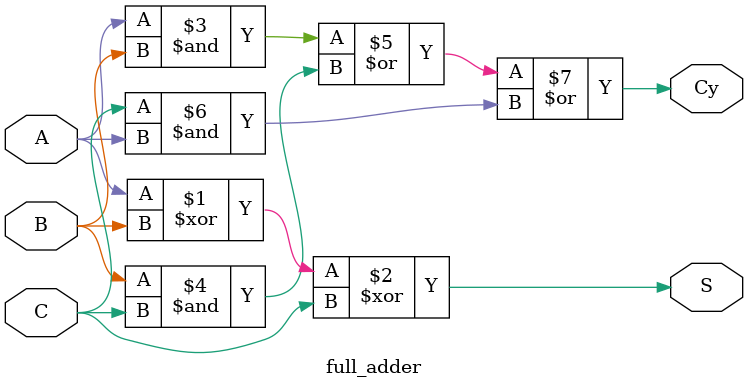
<source format=v>
module full_adder(S,Cy,A,B,C);

    input A,B,C;

    output S,Cy;

    assign S=A^B^C;

    assign Cy=(A&B)|(B&C)|(C&A);

endmodule

</source>
